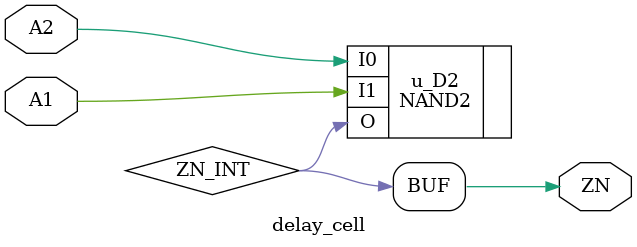
<source format=v>
`timescale 1ns/1ps
module delay_cell (
   output ZN,
   input  A1,
   input  A2
 );

(* DONT_TOUCH = "TURE" *) wire ZN_INT;

(* DONT_TOUCH = "TURE" *) NAND2 u_D2(

     .I1(A1),
     .I0(A2),
     .O(ZN_INT)
 );

 assign #0.01 ZN=  ZN_INT;

 endmodule

</source>
